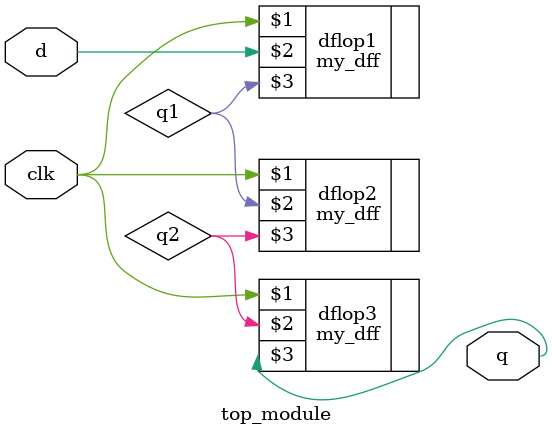
<source format=v>
module top_module ( input clk, input d, output q );

    wire d1;
    wire q1;
    my_dff dflop1( clk, d, q1 );
    
    wire q2;
    my_dff dflop2( clk, q1, q2);
    
    my_dff dflop3( clk, q2, q);
  
endmodule

</source>
